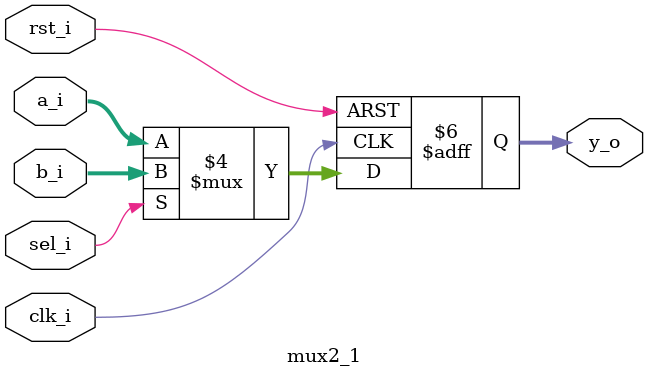
<source format=sv>
module mux2_1 
#( parameter int Width=8 
) (
    input logic clk_i,
    input logic rst_i,
    input logic sel_i,
    input logic  [Width-1:0]a_i,
    input logic  [Width-1:0]b_i,
    output logic [Width-1:0]y_o
);

always_ff @(posedge clk_i or posedge rst_i) begin

if(rst_i) begin
    y_o <= 1'b0;
end 
    else if(!sel_i) begin
        y_o <= a_i;
        end 
            else begin
            y_o <= b_i;
            end
end
endmodule: mux2_1
</source>
